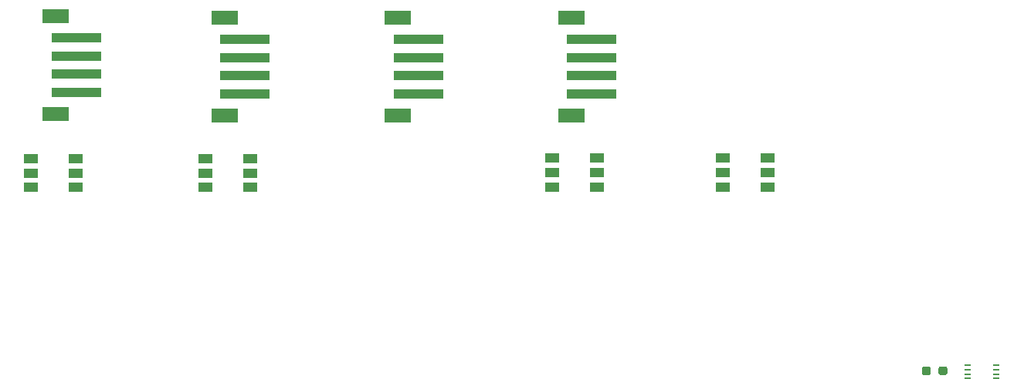
<source format=gbr>
%TF.GenerationSoftware,KiCad,Pcbnew,(5.1.10)-1*%
%TF.CreationDate,2022-05-16T18:50:31-07:00*%
%TF.ProjectId,KeyPad_Board,4b657950-6164-45f4-926f-6172642e6b69,rev?*%
%TF.SameCoordinates,Original*%
%TF.FileFunction,Paste,Bot*%
%TF.FilePolarity,Positive*%
%FSLAX46Y46*%
G04 Gerber Fmt 4.6, Leading zero omitted, Abs format (unit mm)*
G04 Created by KiCad (PCBNEW (5.1.10)-1) date 2022-05-16 18:50:31*
%MOMM*%
%LPD*%
G01*
G04 APERTURE LIST*
%ADD10R,1.500000X1.000000*%
%ADD11R,3.000000X1.600000*%
%ADD12R,5.500000X1.000000*%
%ADD13R,0.750000X0.250000*%
G04 APERTURE END LIST*
D10*
%TO.C,D1*%
X129900000Y-72650000D03*
X129900000Y-71050000D03*
X129900000Y-69450000D03*
X134800000Y-72650000D03*
X134800000Y-71050000D03*
X134800000Y-69450000D03*
%TD*%
%TO.C,D2*%
X116050000Y-69450000D03*
X116050000Y-71050000D03*
X116050000Y-72650000D03*
X111150000Y-69450000D03*
X111150000Y-71050000D03*
X111150000Y-72650000D03*
%TD*%
%TO.C,D3*%
X73150000Y-72700000D03*
X73150000Y-71100000D03*
X73150000Y-69500000D03*
X78050000Y-72700000D03*
X78050000Y-71100000D03*
X78050000Y-69500000D03*
%TD*%
%TO.C,D4*%
X58950000Y-69500000D03*
X58950000Y-71100000D03*
X58950000Y-72700000D03*
X54050000Y-69500000D03*
X54050000Y-71100000D03*
X54050000Y-72700000D03*
%TD*%
D11*
%TO.C,P1*%
X75250000Y-64800000D03*
X75250000Y-54000000D03*
D12*
X77500000Y-62400000D03*
X77500000Y-56400000D03*
X77500000Y-60400000D03*
X77500000Y-58400000D03*
%TD*%
D11*
%TO.C,P2*%
X56750000Y-64650000D03*
X56750000Y-53850000D03*
D12*
X59000000Y-62250000D03*
X59000000Y-56250000D03*
X59000000Y-60250000D03*
X59000000Y-58250000D03*
%TD*%
%TO.C,P3*%
X96500000Y-58400000D03*
X96500000Y-60400000D03*
X96500000Y-56400000D03*
X96500000Y-62400000D03*
D11*
X94250000Y-54000000D03*
X94250000Y-64800000D03*
%TD*%
D12*
%TO.C,P4*%
X115500000Y-58400000D03*
X115500000Y-60400000D03*
X115500000Y-56400000D03*
X115500000Y-62400000D03*
D11*
X113250000Y-54000000D03*
X113250000Y-64800000D03*
%TD*%
D13*
%TO.C,U1*%
X159850000Y-92200000D03*
X159850000Y-92700000D03*
X159850000Y-93200000D03*
X159850000Y-93700000D03*
X156750000Y-93700000D03*
X156750000Y-93200000D03*
X156750000Y-92700000D03*
X156750000Y-92200000D03*
%TD*%
%TO.C,R1*%
G36*
G01*
X151687500Y-93087500D02*
X151687500Y-92612500D01*
G75*
G02*
X151925000Y-92375000I237500J0D01*
G01*
X152425000Y-92375000D01*
G75*
G02*
X152662500Y-92612500I0J-237500D01*
G01*
X152662500Y-93087500D01*
G75*
G02*
X152425000Y-93325000I-237500J0D01*
G01*
X151925000Y-93325000D01*
G75*
G02*
X151687500Y-93087500I0J237500D01*
G01*
G37*
G36*
G01*
X153512500Y-93087500D02*
X153512500Y-92612500D01*
G75*
G02*
X153750000Y-92375000I237500J0D01*
G01*
X154250000Y-92375000D01*
G75*
G02*
X154487500Y-92612500I0J-237500D01*
G01*
X154487500Y-93087500D01*
G75*
G02*
X154250000Y-93325000I-237500J0D01*
G01*
X153750000Y-93325000D01*
G75*
G02*
X153512500Y-93087500I0J237500D01*
G01*
G37*
%TD*%
M02*

</source>
